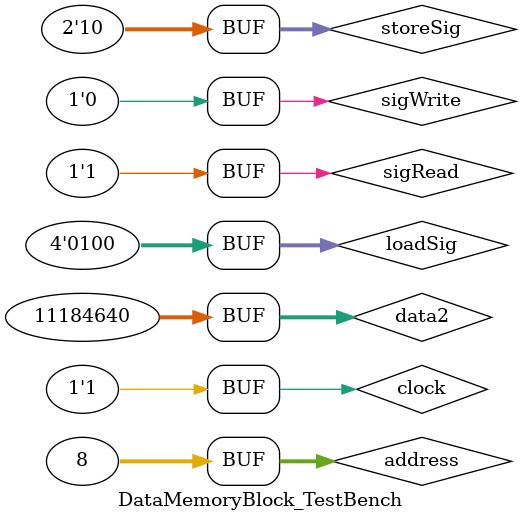
<source format=v>
module DataMemoryBlock_TestBench();
	// Variable declarations
	wire [31:0]data1;
	reg [3:0]loadSig;
	reg [1:0]storeSig;
	reg[31:0]data2, address;
	reg clock, sigRead, sigWrite;
	// Calling module to test
	DataMemoryBlock memoryTest(storeSig, loadSig, data1, sigRead, data2, sigWrite, address);
	
	
	
	initial begin
		// Initial values of address and clock
		clock = 0;
		address = 1;
		sigWrite = 0;
		sigRead = 1;
		data2 = 11184640;
		storeSig = 2;
		loadSig = 4;
		
		// On each positive edge (when clock is 1) if sigWrite is 1, data2 will
		// be written on address. If sigRead is 1, data1 will be content of address
		clock=~clock; address = address*2; #20;
		clock=~clock; address = address*2; #20;
		clock=~clock; address = address*2; #20;
		clock=~clock; sigRead=~sigRead; sigWrite=~sigWrite; #20;
		clock=~clock; #20;
		clock=~clock; #20;
		clock=~clock; sigRead=~sigRead; sigWrite=~sigWrite; #20;
	end

	initial begin
		// Monitoring changes
		$monitor("clk: %1b\naddress: %32b\ndata1: %32b\n\n", clock, address, data1);
	end
endmodule
</source>
